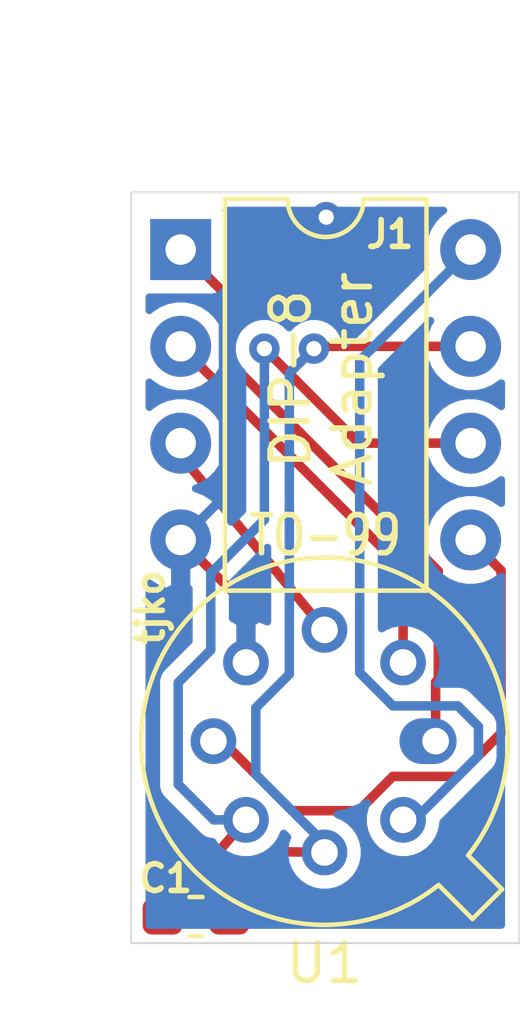
<source format=kicad_pcb>
(kicad_pcb (version 20171130) (host pcbnew "(5.1.6-0-10_14)")

  (general
    (thickness 1.6)
    (drawings 7)
    (tracks 56)
    (zones 0)
    (modules 4)
    (nets 9)
  )

  (page A4)
  (layers
    (0 F.Cu signal)
    (31 B.Cu signal)
    (32 B.Adhes user)
    (33 F.Adhes user)
    (34 B.Paste user)
    (35 F.Paste user)
    (36 B.SilkS user)
    (37 F.SilkS user)
    (38 B.Mask user)
    (39 F.Mask user)
    (40 Dwgs.User user)
    (41 Cmts.User user)
    (42 Eco1.User user)
    (43 Eco2.User user)
    (44 Edge.Cuts user)
    (45 Margin user)
    (46 B.CrtYd user)
    (47 F.CrtYd user)
    (48 B.Fab user)
    (49 F.Fab user)
  )

  (setup
    (last_trace_width 0.25)
    (trace_clearance 0.2)
    (zone_clearance 0.35)
    (zone_45_only no)
    (trace_min 0.2)
    (via_size 0.8)
    (via_drill 0.4)
    (via_min_size 0.4)
    (via_min_drill 0.3)
    (uvia_size 0.3)
    (uvia_drill 0.1)
    (uvias_allowed no)
    (uvia_min_size 0.2)
    (uvia_min_drill 0.1)
    (edge_width 0.05)
    (segment_width 0.2)
    (pcb_text_width 0.3)
    (pcb_text_size 1.5 1.5)
    (mod_edge_width 0.12)
    (mod_text_size 1 1)
    (mod_text_width 0.15)
    (pad_size 1.524 1.524)
    (pad_drill 0.762)
    (pad_to_mask_clearance 0.05)
    (aux_axis_origin 0 0)
    (visible_elements FFFFFF7F)
    (pcbplotparams
      (layerselection 0x010fc_ffffffff)
      (usegerberextensions false)
      (usegerberattributes true)
      (usegerberadvancedattributes true)
      (creategerberjobfile true)
      (excludeedgelayer true)
      (linewidth 0.100000)
      (plotframeref false)
      (viasonmask false)
      (mode 1)
      (useauxorigin false)
      (hpglpennumber 1)
      (hpglpenspeed 20)
      (hpglpendiameter 15.000000)
      (psnegative false)
      (psa4output false)
      (plotreference true)
      (plotvalue true)
      (plotinvisibletext false)
      (padsonsilk false)
      (subtractmaskfromsilk false)
      (outputformat 1)
      (mirror false)
      (drillshape 0)
      (scaleselection 1)
      (outputdirectory "kerber"))
  )

  (net 0 "")
  (net 1 "Net-(J1-Pad3)")
  (net 2 "Net-(J1-Pad2)")
  (net 3 "Net-(J1-Pad5)")
  (net 4 "Net-(J1-Pad1)")
  (net 5 "Net-(C1-Pad2)")
  (net 6 "Net-(C1-Pad1)")
  (net 7 VCC)
  (net 8 GND)

  (net_class Default "This is the default net class."
    (clearance 0.2)
    (trace_width 0.25)
    (via_dia 0.8)
    (via_drill 0.4)
    (uvia_dia 0.3)
    (uvia_drill 0.1)
    (add_net GND)
    (add_net "Net-(C1-Pad1)")
    (add_net "Net-(C1-Pad2)")
    (add_net "Net-(J1-Pad1)")
    (add_net "Net-(J1-Pad2)")
    (add_net "Net-(J1-Pad3)")
    (add_net "Net-(J1-Pad5)")
    (add_net VCC)
  )

  (module Package_TO_SOT_THT:TO-99-8_Small (layer F.Cu) (tedit 61E0BF62) (tstamp 61E11A5F)
    (at 87.8 80.9 180)
    (descr TO-99-8)
    (tags TO-99-8)
    (path /61D92C77)
    (fp_text reference U1 (at 2.92 -5.82) (layer F.SilkS)
      (effects (font (size 1 1) (thickness 0.15)))
    )
    (fp_text value AD584 (at 2.92 5.82) (layer F.Fab)
      (effects (font (size 1 1) (thickness 0.15)))
    )
    (fp_arc (start 2.92 0) (end -0.077084 -3.774902) (angle 346.9) (layer F.SilkS) (width 0.12))
    (fp_arc (start 2.92 0) (end -0.085408 -3.61352) (angle 349.5) (layer F.Fab) (width 0.1))
    (fp_text user %R (at 2.92 -5.82) (layer F.Fab)
      (effects (font (size 1 1) (thickness 0.15)))
    )
    (fp_circle (center 2.92 0) (end 7.17 0) (layer F.Fab) (width 0.1))
    (fp_line (start 7.87 -4.95) (end -2.04 -4.95) (layer F.CrtYd) (width 0.05))
    (fp_line (start 7.87 4.95) (end 7.87 -4.95) (layer F.CrtYd) (width 0.05))
    (fp_line (start -2.04 4.95) (end 7.87 4.95) (layer F.CrtYd) (width 0.05))
    (fp_line (start -2.04 -4.95) (end -2.04 4.95) (layer F.CrtYd) (width 0.05))
    (fp_line (start -1.745856 -3.888039) (end -0.854902 -2.997084) (layer F.SilkS) (width 0.12))
    (fp_line (start -0.968039 -4.665856) (end -1.745856 -3.888039) (layer F.SilkS) (width 0.12))
    (fp_line (start -0.077084 -3.774902) (end -0.968039 -4.665856) (layer F.SilkS) (width 0.12))
    (fp_line (start -1.499621 -3.81151) (end -0.69352 -3.005408) (layer F.Fab) (width 0.1))
    (fp_line (start -0.89151 -4.419621) (end -1.499621 -3.81151) (layer F.Fab) (width 0.1))
    (fp_line (start -0.085408 -3.61352) (end -0.89151 -4.419621) (layer F.Fab) (width 0.1))
    (pad 8 thru_hole oval (at 0.855248 -2.064752 180) (size 1.2 1.2) (drill 0.7) (layers *.Cu *.Mask)
      (net 7 VCC))
    (pad 7 thru_hole oval (at 2.92 -2.92 180) (size 1.2 1.2) (drill 0.7) (layers *.Cu *.Mask)
      (net 6 "Net-(C1-Pad1)"))
    (pad 6 thru_hole oval (at 4.984752 -2.064752 180) (size 1.2 1.2) (drill 0.7) (layers *.Cu *.Mask)
      (net 5 "Net-(C1-Pad2)"))
    (pad 5 thru_hole oval (at 5.84 0 180) (size 1.2 1.2) (drill 0.7) (layers *.Cu *.Mask)
      (net 3 "Net-(J1-Pad5)"))
    (pad 4 thru_hole oval (at 4.984752 2.064752 180) (size 1.2 1.2) (drill 0.7) (layers *.Cu *.Mask)
      (net 8 GND))
    (pad 3 thru_hole oval (at 2.92 2.92 180) (size 1.2 1.2) (drill 0.7) (layers *.Cu *.Mask)
      (net 1 "Net-(J1-Pad3)"))
    (pad 2 thru_hole oval (at 0.855248 2.064752 180) (size 1.2 1.2) (drill 0.7) (layers *.Cu *.Mask)
      (net 2 "Net-(J1-Pad2)"))
    (pad 1 thru_hole oval (at 0 0 180) (size 1.5 1.2) (drill 0.7 (offset 0.2 0)) (layers *.Cu *.Mask)
      (net 4 "Net-(J1-Pad1)"))
    (model ${KISYS3DMOD}/Package_TO_SOT_THT.3dshapes/TO-99-8.wrl
      (at (xyz 0 0 0))
      (scale (xyz 1 1 1))
      (rotate (xyz 0 0 0))
    )
  )

  (module MountingHole:MountingHole_3mm (layer F.Cu) (tedit 56D1B4CB) (tstamp 61D97FC8)
    (at 84.9 80.9)
    (descr "Mounting Hole 3mm, no annular")
    (tags "mounting hole 3mm no annular")
    (attr virtual)
    (fp_text reference REF** (at 9.4 -1.6) (layer F.Fab) hide
      (effects (font (size 1 1) (thickness 0.15)))
    )
    (fp_text value MountingHole_3mm (at 0 4) (layer F.Fab) hide
      (effects (font (size 1 1) (thickness 0.15)))
    )
    (fp_circle (center 0 0) (end 3.25 0) (layer F.CrtYd) (width 0.05))
    (fp_circle (center 0 0) (end 3 0) (layer Cmts.User) (width 0.15))
    (fp_text user %R (at 0.3 0) (layer F.Fab)
      (effects (font (size 1 1) (thickness 0.15)))
    )
    (pad 1 np_thru_hole circle (at 0 0) (size 3 3) (drill 3) (layers *.Cu *.Mask))
  )

  (module Capacitor_SMD:C_0603_1608Metric_Pad1.05x0.95mm_HandSolder (layer F.Cu) (tedit 5B301BBE) (tstamp 61D8FD56)
    (at 81.5 85.5 180)
    (descr "Capacitor SMD 0603 (1608 Metric), square (rectangular) end terminal, IPC_7351 nominal with elongated pad for handsoldering. (Body size source: http://www.tortai-tech.com/upload/download/2011102023233369053.pdf), generated with kicad-footprint-generator")
    (tags "capacitor handsolder")
    (path /61D9D026)
    (attr smd)
    (fp_text reference C1 (at 0.8 1) (layer F.SilkS)
      (effects (font (size 0.7 0.7) (thickness 0.15)))
    )
    (fp_text value 0.1uF (at 0.9 -2) (layer F.Fab)
      (effects (font (size 1 1) (thickness 0.15)))
    )
    (fp_line (start 1.65 0.73) (end -1.65 0.73) (layer F.CrtYd) (width 0.05))
    (fp_line (start 1.65 -0.73) (end 1.65 0.73) (layer F.CrtYd) (width 0.05))
    (fp_line (start -1.65 -0.73) (end 1.65 -0.73) (layer F.CrtYd) (width 0.05))
    (fp_line (start -1.65 0.73) (end -1.65 -0.73) (layer F.CrtYd) (width 0.05))
    (fp_line (start -0.171267 0.51) (end 0.171267 0.51) (layer F.SilkS) (width 0.12))
    (fp_line (start -0.171267 -0.51) (end 0.171267 -0.51) (layer F.SilkS) (width 0.12))
    (fp_line (start 0.8 0.4) (end -0.8 0.4) (layer F.Fab) (width 0.1))
    (fp_line (start 0.8 -0.4) (end 0.8 0.4) (layer F.Fab) (width 0.1))
    (fp_line (start -0.8 -0.4) (end 0.8 -0.4) (layer F.Fab) (width 0.1))
    (fp_line (start -0.8 0.4) (end -0.8 -0.4) (layer F.Fab) (width 0.1))
    (fp_text user %R (at 0 0) (layer F.Fab)
      (effects (font (size 0.4 0.4) (thickness 0.06)))
    )
    (pad 2 smd roundrect (at 0.875 0 180) (size 1.05 0.95) (layers F.Cu F.Paste F.Mask) (roundrect_rratio 0.25)
      (net 5 "Net-(C1-Pad2)"))
    (pad 1 smd roundrect (at -0.875 0 180) (size 1.05 0.95) (layers F.Cu F.Paste F.Mask) (roundrect_rratio 0.25)
      (net 6 "Net-(C1-Pad1)"))
    (model ${KISYS3DMOD}/Capacitor_SMD.3dshapes/C_0603_1608Metric.wrl
      (at (xyz 0 0 0))
      (scale (xyz 1 1 1))
      (rotate (xyz 0 0 0))
    )
  )

  (module Package_DIP:DIP-8_W7.62mm (layer F.Cu) (tedit 5A02E8C5) (tstamp 61D8F898)
    (at 81.1 68)
    (descr "8-lead though-hole mounted DIP package, row spacing 7.62 mm (300 mils)")
    (tags "THT DIP DIL PDIP 2.54mm 7.62mm 300mil")
    (path /61D98715)
    (fp_text reference J1 (at 5.5 -0.4) (layer F.SilkS)
      (effects (font (size 0.7 0.7) (thickness 0.15)))
    )
    (fp_text value DIP-8 (at 4.4 -5.7) (layer F.Fab)
      (effects (font (size 1 1) (thickness 0.15)))
    )
    (fp_line (start 8.7 -1.55) (end -1.1 -1.55) (layer F.CrtYd) (width 0.05))
    (fp_line (start 8.7 9.15) (end 8.7 -1.55) (layer F.CrtYd) (width 0.05))
    (fp_line (start -1.1 9.15) (end 8.7 9.15) (layer F.CrtYd) (width 0.05))
    (fp_line (start -1.1 -1.55) (end -1.1 9.15) (layer F.CrtYd) (width 0.05))
    (fp_line (start 6.46 -1.33) (end 4.81 -1.33) (layer F.SilkS) (width 0.12))
    (fp_line (start 6.46 8.95) (end 6.46 -1.33) (layer F.SilkS) (width 0.12))
    (fp_line (start 1.16 8.95) (end 6.46 8.95) (layer F.SilkS) (width 0.12))
    (fp_line (start 1.16 -1.33) (end 1.16 8.95) (layer F.SilkS) (width 0.12))
    (fp_line (start 2.81 -1.33) (end 1.16 -1.33) (layer F.SilkS) (width 0.12))
    (fp_line (start 0.635 -0.27) (end 1.635 -1.27) (layer F.Fab) (width 0.1))
    (fp_line (start 0.635 8.89) (end 0.635 -0.27) (layer F.Fab) (width 0.1))
    (fp_line (start 6.985 8.89) (end 0.635 8.89) (layer F.Fab) (width 0.1))
    (fp_line (start 6.985 -1.27) (end 6.985 8.89) (layer F.Fab) (width 0.1))
    (fp_line (start 1.635 -1.27) (end 6.985 -1.27) (layer F.Fab) (width 0.1))
    (fp_text user DIP-8 (at -3.9 1.3 90) (layer F.Fab)
      (effects (font (size 1 1) (thickness 0.15)))
    )
    (fp_arc (start 3.81 -1.33) (end 2.81 -1.33) (angle -180) (layer F.SilkS) (width 0.12))
    (pad 8 thru_hole oval (at 7.62 0) (size 1.6 1.6) (drill 0.8) (layers *.Cu *.Mask)
      (net 7 VCC))
    (pad 4 thru_hole oval (at 0 7.62) (size 1.6 1.6) (drill 0.8) (layers *.Cu *.Mask)
      (net 8 GND))
    (pad 7 thru_hole oval (at 7.62 2.54) (size 1.6 1.6) (drill 0.8) (layers *.Cu *.Mask)
      (net 6 "Net-(C1-Pad1)"))
    (pad 3 thru_hole oval (at 0 5.08) (size 1.6 1.6) (drill 0.8) (layers *.Cu *.Mask)
      (net 1 "Net-(J1-Pad3)"))
    (pad 6 thru_hole oval (at 7.62 5.08) (size 1.6 1.6) (drill 0.8) (layers *.Cu *.Mask)
      (net 5 "Net-(C1-Pad2)"))
    (pad 2 thru_hole oval (at 0 2.54) (size 1.6 1.6) (drill 0.8) (layers *.Cu *.Mask)
      (net 2 "Net-(J1-Pad2)"))
    (pad 5 thru_hole oval (at 7.62 7.62) (size 1.6 1.6) (drill 0.8) (layers *.Cu *.Mask)
      (net 3 "Net-(J1-Pad5)"))
    (pad 1 thru_hole rect (at 0 0) (size 1.6 1.6) (drill 0.8) (layers *.Cu *.Mask)
      (net 4 "Net-(J1-Pad1)"))
    (model ${KISYS3DMOD}/Package_DIP.3dshapes/DIP-8_W7.62mm.wrl
      (at (xyz 0 0 0))
      (scale (xyz 1 1 1))
      (rotate (xyz 0 0 0))
    )
  )

  (gr_text tjko (at 80.3 77.4 90) (layer F.SilkS)
    (effects (font (size 0.7 0.7) (thickness 0.15)))
  )
  (gr_text "DIP-8\nAdapter" (at 84.8 71.4 90) (layer F.SilkS)
    (effects (font (size 1 1) (thickness 0.15)))
  )
  (gr_text TO-99 (at 84.9 75.5) (layer F.SilkS)
    (effects (font (size 1 0.8) (thickness 0.15)))
  )
  (gr_line (start 79.8 86.2) (end 90 86.2) (layer Edge.Cuts) (width 0.05) (tstamp 61D8FB29))
  (gr_line (start 90 66.5) (end 90 86.2) (layer Edge.Cuts) (width 0.05))
  (gr_line (start 79.8 66.5) (end 90 66.5) (layer Edge.Cuts) (width 0.05))
  (gr_line (start 79.8 86.2) (end 79.8 66.5) (layer Edge.Cuts) (width 0.05))

  (segment (start 88.92501 81.283151) (end 87.243409 82.964752) (width 0.25) (layer B.Cu) (net 7))
  (segment (start 88.92501 80.516849) (end 88.92501 81.283151) (width 0.25) (layer B.Cu) (net 7))
  (segment (start 88.383151 79.97499) (end 88.92501 80.516849) (width 0.25) (layer B.Cu) (net 7))
  (segment (start 87.243409 82.964752) (end 86.944752 82.964752) (width 0.25) (layer B.Cu) (net 7))
  (segment (start 86.675992 79.97499) (end 88.383151 79.97499) (width 0.25) (layer B.Cu) (net 7))
  (segment (start 85.805001 79.103999) (end 86.675992 79.97499) (width 0.25) (layer B.Cu) (net 7))
  (segment (start 85.805001 70.914999) (end 85.805001 79.103999) (width 0.25) (layer B.Cu) (net 7))
  (segment (start 88.72 68) (end 85.805001 70.914999) (width 0.25) (layer B.Cu) (net 7))
  (via (at 84.925 67.15) (size 0.8) (drill 0.4) (layers F.Cu B.Cu) (net 8))
  (segment (start 82.815248 77.335248) (end 82.815248 78.835248) (width 0.25) (layer F.Cu) (net 8))
  (segment (start 81.1 75.62) (end 82.815248 77.335248) (width 0.25) (layer F.Cu) (net 8))
  (segment (start 84.16359 67.4) (end 84.925 67.15) (width 0.25) (layer B.Cu) (net 8))
  (segment (start 82.225001 69.338589) (end 84.16359 67.4) (width 0.25) (layer B.Cu) (net 8))
  (segment (start 82.225001 74.494999) (end 82.225001 69.338589) (width 0.25) (layer B.Cu) (net 8))
  (segment (start 81.1 75.62) (end 82.225001 74.494999) (width 0.25) (layer B.Cu) (net 8))
  (segment (start 81.1 73.4) (end 81.1 73.08) (width 0.25) (layer F.Cu) (net 1))
  (segment (start 84.88 77.98) (end 81.1 73.4) (width 0.25) (layer F.Cu) (net 1))
  (segment (start 86.944752 76.384752) (end 81.1 70.54) (width 0.25) (layer F.Cu) (net 2))
  (segment (start 86.944752 78.835248) (end 86.944752 76.384752) (width 0.25) (layer F.Cu) (net 2))
  (segment (start 88.92501 75.82501) (end 88.72 75.62) (width 0.25) (layer F.Cu) (net 3))
  (segment (start 82.198998 80.9) (end 81.96 80.9) (width 0.25) (layer F.Cu) (net 3))
  (segment (start 85.776001 82.725001) (end 84.023999 82.725001) (width 0.25) (layer F.Cu) (net 3))
  (segment (start 86.675992 81.82501) (end 85.776001 82.725001) (width 0.25) (layer F.Cu) (net 3))
  (segment (start 84.023999 82.725001) (end 82.198998 80.9) (width 0.25) (layer F.Cu) (net 3))
  (segment (start 89.519999 80.688162) (end 88.383151 81.82501) (width 0.25) (layer F.Cu) (net 3))
  (segment (start 89.519999 76.419999) (end 89.519999 80.688162) (width 0.25) (layer F.Cu) (net 3))
  (segment (start 88.383151 81.82501) (end 86.675992 81.82501) (width 0.25) (layer F.Cu) (net 3))
  (segment (start 88.72 75.62) (end 89.519999 76.419999) (width 0.25) (layer F.Cu) (net 3))
  (segment (start 82.225001 69.125001) (end 81.1 68) (width 0.25) (layer F.Cu) (net 4))
  (segment (start 87.869753 76.434755) (end 82.225001 70.790003) (width 0.25) (layer F.Cu) (net 4))
  (segment (start 82.225001 70.790003) (end 82.225001 69.125001) (width 0.25) (layer F.Cu) (net 4))
  (segment (start 87.869753 79.279249) (end 87.869753 76.434755) (width 0.25) (layer F.Cu) (net 4))
  (segment (start 87.8 79.349002) (end 87.869753 79.279249) (width 0.25) (layer F.Cu) (net 4))
  (segment (start 87.8 80.9) (end 87.8 79.349002) (width 0.25) (layer F.Cu) (net 4))
  (via (at 83.3 70.6) (size 0.8) (drill 0.4) (layers F.Cu B.Cu) (net 5))
  (segment (start 85.78 73.08) (end 88.72 73.08) (width 0.25) (layer F.Cu) (net 5))
  (segment (start 83.3 70.6) (end 85.78 73.08) (width 0.25) (layer F.Cu) (net 5))
  (segment (start 82.815248 82.964752) (end 80.625 85.5) (width 0.25) (layer F.Cu) (net 5))
  (segment (start 81.96672 82.964752) (end 82.815248 82.964752) (width 0.25) (layer B.Cu) (net 5))
  (segment (start 81.034999 82.033031) (end 81.96672 82.964752) (width 0.25) (layer B.Cu) (net 5))
  (segment (start 81.890247 78.509753) (end 81.034999 79.365001) (width 0.25) (layer B.Cu) (net 5))
  (segment (start 81.034999 79.365001) (end 81.034999 82.033031) (width 0.25) (layer B.Cu) (net 5))
  (segment (start 83.3 70.6) (end 83.3 75.085002) (width 0.25) (layer B.Cu) (net 5))
  (segment (start 81.890247 76.494755) (end 81.890247 78.509753) (width 0.25) (layer B.Cu) (net 5))
  (segment (start 83.3 75.085002) (end 81.890247 76.494755) (width 0.25) (layer B.Cu) (net 5))
  (via (at 84.6 70.6) (size 0.8) (drill 0.4) (layers F.Cu B.Cu) (net 6))
  (segment (start 84.66 70.54) (end 84.6 70.6) (width 0.25) (layer F.Cu) (net 6))
  (segment (start 88.72 70.54) (end 84.66 70.54) (width 0.25) (layer F.Cu) (net 6))
  (segment (start 83.7 83.8) (end 82.375 85.5) (width 0.25) (layer F.Cu) (net 6))
  (segment (start 84.88 83.82) (end 83.7 83.8) (width 0.25) (layer F.Cu) (net 6))
  (segment (start 83.954999 71.245001) (end 84.6 70.6) (width 0.25) (layer B.Cu) (net 6))
  (segment (start 84.88 83.581002) (end 84.88 83.82) (width 0.25) (layer B.Cu) (net 6))
  (segment (start 83.074999 81.776001) (end 84.88 83.581002) (width 0.25) (layer B.Cu) (net 6))
  (segment (start 83.074999 80.023999) (end 83.074999 81.776001) (width 0.25) (layer B.Cu) (net 6))
  (segment (start 83.954999 79.143999) (end 83.074999 80.023999) (width 0.25) (layer B.Cu) (net 6))
  (segment (start 83.954999 71.245001) (end 83.954999 79.143999) (width 0.25) (layer B.Cu) (net 6))

  (zone (net 8) (net_name GND) (layer B.Cu) (tstamp 61D989C1) (hatch edge 0.508)
    (connect_pads (clearance 0.35))
    (min_thickness 0.2)
    (fill yes (arc_segments 32) (thermal_gap 0.508) (thermal_bridge_width 0.508))
    (polygon
      (pts
        (xy 90 86.2) (xy 79.8 86.2) (xy 79.8 66.5) (xy 90 66.5)
      )
    )
    (filled_polygon
      (pts
        (xy 87.612265 69.947903) (xy 87.518037 70.175389) (xy 87.47 70.416886) (xy 87.47 70.663114) (xy 87.518037 70.904611)
        (xy 87.612265 71.132097) (xy 87.749062 71.336828) (xy 87.923172 71.510938) (xy 88.127903 71.647735) (xy 88.355389 71.741963)
        (xy 88.596886 71.79) (xy 88.843114 71.79) (xy 89.084611 71.741963) (xy 89.312097 71.647735) (xy 89.516828 71.510938)
        (xy 89.525 71.502766) (xy 89.525 72.117234) (xy 89.516828 72.109062) (xy 89.312097 71.972265) (xy 89.084611 71.878037)
        (xy 88.843114 71.83) (xy 88.596886 71.83) (xy 88.355389 71.878037) (xy 88.127903 71.972265) (xy 87.923172 72.109062)
        (xy 87.749062 72.283172) (xy 87.612265 72.487903) (xy 87.518037 72.715389) (xy 87.47 72.956886) (xy 87.47 73.203114)
        (xy 87.518037 73.444611) (xy 87.612265 73.672097) (xy 87.749062 73.876828) (xy 87.923172 74.050938) (xy 88.127903 74.187735)
        (xy 88.355389 74.281963) (xy 88.596886 74.33) (xy 88.843114 74.33) (xy 89.084611 74.281963) (xy 89.312097 74.187735)
        (xy 89.516828 74.050938) (xy 89.525 74.042766) (xy 89.525 74.657234) (xy 89.516828 74.649062) (xy 89.312097 74.512265)
        (xy 89.084611 74.418037) (xy 88.843114 74.37) (xy 88.596886 74.37) (xy 88.355389 74.418037) (xy 88.127903 74.512265)
        (xy 87.923172 74.649062) (xy 87.749062 74.823172) (xy 87.612265 75.027903) (xy 87.518037 75.255389) (xy 87.47 75.496886)
        (xy 87.47 75.743114) (xy 87.518037 75.984611) (xy 87.612265 76.212097) (xy 87.749062 76.416828) (xy 87.923172 76.590938)
        (xy 88.127903 76.727735) (xy 88.355389 76.821963) (xy 88.596886 76.87) (xy 88.843114 76.87) (xy 89.084611 76.821963)
        (xy 89.312097 76.727735) (xy 89.516828 76.590938) (xy 89.525001 76.582765) (xy 89.525001 85.725) (xy 80.275 85.725)
        (xy 80.275 76.756474) (xy 80.471108 76.879752) (xy 80.728957 76.978237) (xy 80.946 76.867559) (xy 80.946 75.774)
        (xy 80.926 75.774) (xy 80.926 75.466) (xy 80.946 75.466) (xy 80.946 75.446) (xy 81.254 75.446)
        (xy 81.254 75.466) (xy 81.274 75.466) (xy 81.274 75.774) (xy 81.254 75.774) (xy 81.254 76.867559)
        (xy 81.315247 76.898791) (xy 81.315248 78.271579) (xy 80.648392 78.938436) (xy 80.626445 78.956447) (xy 80.579286 79.013912)
        (xy 80.554591 79.044003) (xy 80.507425 79.132245) (xy 80.501198 79.143894) (xy 80.468319 79.252282) (xy 80.459999 79.336755)
        (xy 80.457217 79.365001) (xy 80.459999 79.393244) (xy 80.46 82.004778) (xy 80.457217 82.033031) (xy 80.46832 82.14575)
        (xy 80.501198 82.254138) (xy 80.554591 82.354029) (xy 80.590736 82.398072) (xy 80.626446 82.441585) (xy 80.648388 82.459592)
        (xy 81.540159 83.351364) (xy 81.558166 83.373306) (xy 81.580106 83.391311) (xy 81.645721 83.44516) (xy 81.67744 83.462114)
        (xy 81.745612 83.498553) (xy 81.854 83.531432) (xy 81.936496 83.539557) (xy 81.999659 83.634088) (xy 82.145912 83.780341)
        (xy 82.317886 83.89525) (xy 82.508974 83.974402) (xy 82.711832 84.014752) (xy 82.918664 84.014752) (xy 83.121522 83.974402)
        (xy 83.31261 83.89525) (xy 83.484584 83.780341) (xy 83.630837 83.634088) (xy 83.745746 83.462114) (xy 83.804967 83.319142)
        (xy 83.908192 83.422367) (xy 83.87035 83.513726) (xy 83.83 83.716584) (xy 83.83 83.923416) (xy 83.87035 84.126274)
        (xy 83.949502 84.317362) (xy 84.064411 84.489336) (xy 84.210664 84.635589) (xy 84.382638 84.750498) (xy 84.573726 84.82965)
        (xy 84.776584 84.87) (xy 84.983416 84.87) (xy 85.186274 84.82965) (xy 85.377362 84.750498) (xy 85.549336 84.635589)
        (xy 85.695589 84.489336) (xy 85.810498 84.317362) (xy 85.88965 84.126274) (xy 85.93 83.923416) (xy 85.93 83.716584)
        (xy 85.88965 83.513726) (xy 85.810498 83.322638) (xy 85.695589 83.150664) (xy 85.549336 83.004411) (xy 85.377362 82.889502)
        (xy 85.220376 82.824476) (xy 85.468794 82.775062) (xy 85.823671 82.628067) (xy 85.995163 82.51348) (xy 85.935102 82.658478)
        (xy 85.894752 82.861336) (xy 85.894752 83.068168) (xy 85.935102 83.271026) (xy 86.014254 83.462114) (xy 86.129163 83.634088)
        (xy 86.275416 83.780341) (xy 86.44739 83.89525) (xy 86.638478 83.974402) (xy 86.841336 84.014752) (xy 87.048168 84.014752)
        (xy 87.251026 83.974402) (xy 87.442114 83.89525) (xy 87.614088 83.780341) (xy 87.760341 83.634088) (xy 87.87525 83.462114)
        (xy 87.954402 83.271026) (xy 87.994752 83.068168) (xy 87.994752 83.026581) (xy 89.311622 81.709712) (xy 89.333564 81.691705)
        (xy 89.403512 81.606472) (xy 89.405418 81.60415) (xy 89.458811 81.504259) (xy 89.49169 81.395871) (xy 89.50001 81.311397)
        (xy 89.50001 81.311394) (xy 89.502792 81.283151) (xy 89.50001 81.254908) (xy 89.50001 80.545091) (xy 89.502792 80.516848)
        (xy 89.50001 80.488603) (xy 89.49169 80.404129) (xy 89.458811 80.295741) (xy 89.431746 80.245106) (xy 89.405418 80.19585)
        (xy 89.367792 80.150002) (xy 89.333564 80.108295) (xy 89.311623 80.090289) (xy 88.809716 79.588383) (xy 88.791705 79.566436)
        (xy 88.704149 79.494582) (xy 88.604259 79.441189) (xy 88.495871 79.40831) (xy 88.411397 79.39999) (xy 88.411394 79.39999)
        (xy 88.383151 79.397208) (xy 88.354908 79.39999) (xy 87.830228 79.39999) (xy 87.87525 79.33261) (xy 87.954402 79.141522)
        (xy 87.994752 78.938664) (xy 87.994752 78.731832) (xy 87.954402 78.528974) (xy 87.87525 78.337886) (xy 87.760341 78.165912)
        (xy 87.614088 78.019659) (xy 87.442114 77.90475) (xy 87.251026 77.825598) (xy 87.048168 77.785248) (xy 86.841336 77.785248)
        (xy 86.638478 77.825598) (xy 86.44739 77.90475) (xy 86.380001 77.949778) (xy 86.380001 71.153171) (xy 87.666625 69.866547)
      )
    )
    (filled_polygon
      (pts
        (xy 83.38 77.7681) (xy 83.37443 77.764455) (xy 83.154784 77.675939) (xy 82.969248 77.789097) (xy 82.969248 78.681248)
        (xy 82.989248 78.681248) (xy 82.989248 78.989248) (xy 82.969248 78.989248) (xy 82.969248 79.009248) (xy 82.661248 79.009248)
        (xy 82.661248 78.989248) (xy 82.641248 78.989248) (xy 82.641248 78.681248) (xy 82.661248 78.681248) (xy 82.661248 77.789097)
        (xy 82.475712 77.675939) (xy 82.465247 77.680156) (xy 82.465247 76.732927) (xy 83.38 75.818175)
      )
    )
    (filled_polygon
      (pts
        (xy 87.923172 67.029062) (xy 87.749062 67.203172) (xy 87.612265 67.407903) (xy 87.518037 67.635389) (xy 87.47 67.876886)
        (xy 87.47 68.123114) (xy 87.518037 68.364611) (xy 87.525119 68.381708) (xy 85.440136 70.466692) (xy 85.417335 70.352064)
        (xy 85.35326 70.197374) (xy 85.260238 70.058156) (xy 85.141844 69.939762) (xy 85.002626 69.84674) (xy 84.847936 69.782665)
        (xy 84.683718 69.75) (xy 84.516282 69.75) (xy 84.352064 69.782665) (xy 84.197374 69.84674) (xy 84.058156 69.939762)
        (xy 83.95 70.047918) (xy 83.841844 69.939762) (xy 83.702626 69.84674) (xy 83.547936 69.782665) (xy 83.383718 69.75)
        (xy 83.216282 69.75) (xy 83.052064 69.782665) (xy 82.897374 69.84674) (xy 82.758156 69.939762) (xy 82.639762 70.058156)
        (xy 82.54674 70.197374) (xy 82.482665 70.352064) (xy 82.45 70.516282) (xy 82.45 70.683718) (xy 82.482665 70.847936)
        (xy 82.54674 71.002626) (xy 82.639762 71.141844) (xy 82.725 71.227082) (xy 82.725001 74.846828) (xy 82.423866 75.147963)
        (xy 82.322785 74.921949) (xy 82.163106 74.696808) (xy 81.962573 74.507145) (xy 81.728892 74.360248) (xy 81.493068 74.270176)
        (xy 81.692097 74.187735) (xy 81.896828 74.050938) (xy 82.070938 73.876828) (xy 82.207735 73.672097) (xy 82.301963 73.444611)
        (xy 82.35 73.203114) (xy 82.35 72.956886) (xy 82.301963 72.715389) (xy 82.207735 72.487903) (xy 82.070938 72.283172)
        (xy 81.896828 72.109062) (xy 81.692097 71.972265) (xy 81.464611 71.878037) (xy 81.223114 71.83) (xy 80.976886 71.83)
        (xy 80.735389 71.878037) (xy 80.507903 71.972265) (xy 80.303172 72.109062) (xy 80.275 72.137234) (xy 80.275 71.482766)
        (xy 80.303172 71.510938) (xy 80.507903 71.647735) (xy 80.735389 71.741963) (xy 80.976886 71.79) (xy 81.223114 71.79)
        (xy 81.464611 71.741963) (xy 81.692097 71.647735) (xy 81.896828 71.510938) (xy 82.070938 71.336828) (xy 82.207735 71.132097)
        (xy 82.301963 70.904611) (xy 82.35 70.663114) (xy 82.35 70.416886) (xy 82.301963 70.175389) (xy 82.207735 69.947903)
        (xy 82.070938 69.743172) (xy 81.896828 69.569062) (xy 81.692097 69.432265) (xy 81.464611 69.338037) (xy 81.223114 69.29)
        (xy 80.976886 69.29) (xy 80.735389 69.338037) (xy 80.507903 69.432265) (xy 80.303172 69.569062) (xy 80.275 69.597234)
        (xy 80.275 69.249715) (xy 80.3 69.252177) (xy 81.9 69.252177) (xy 81.988215 69.243489) (xy 82.073041 69.217757)
        (xy 82.151216 69.175971) (xy 82.219737 69.119737) (xy 82.275971 69.051216) (xy 82.317757 68.973041) (xy 82.343489 68.888215)
        (xy 82.352177 68.8) (xy 82.352177 67.2) (xy 82.343489 67.111785) (xy 82.317757 67.026959) (xy 82.289984 66.975)
        (xy 88.004081 66.975)
      )
    )
  )
)

</source>
